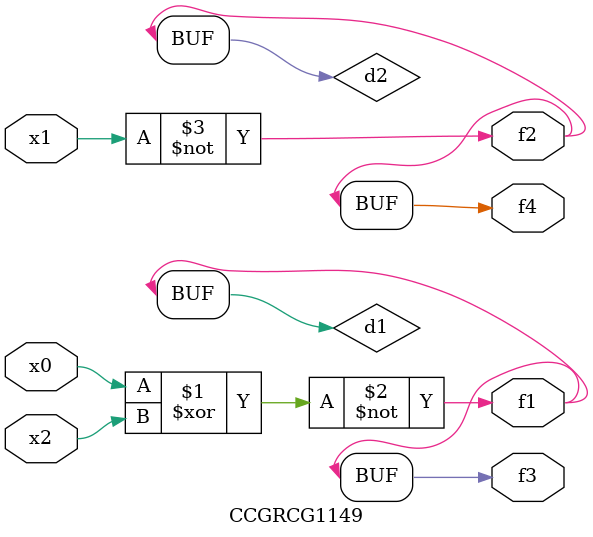
<source format=v>
module CCGRCG1149(
	input x0, x1, x2,
	output f1, f2, f3, f4
);

	wire d1, d2, d3;

	xnor (d1, x0, x2);
	nand (d2, x1);
	nor (d3, x1, x2);
	assign f1 = d1;
	assign f2 = d2;
	assign f3 = d1;
	assign f4 = d2;
endmodule

</source>
